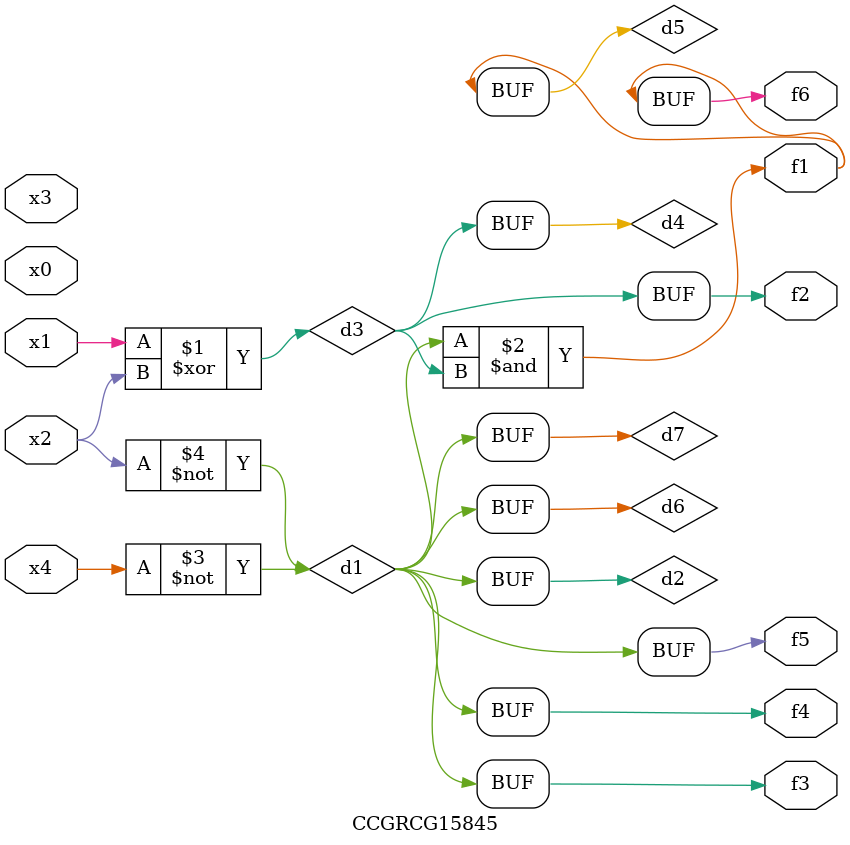
<source format=v>
module CCGRCG15845(
	input x0, x1, x2, x3, x4,
	output f1, f2, f3, f4, f5, f6
);

	wire d1, d2, d3, d4, d5, d6, d7;

	not (d1, x4);
	not (d2, x2);
	xor (d3, x1, x2);
	buf (d4, d3);
	and (d5, d1, d3);
	buf (d6, d1, d2);
	buf (d7, d2);
	assign f1 = d5;
	assign f2 = d4;
	assign f3 = d7;
	assign f4 = d7;
	assign f5 = d7;
	assign f6 = d5;
endmodule

</source>
